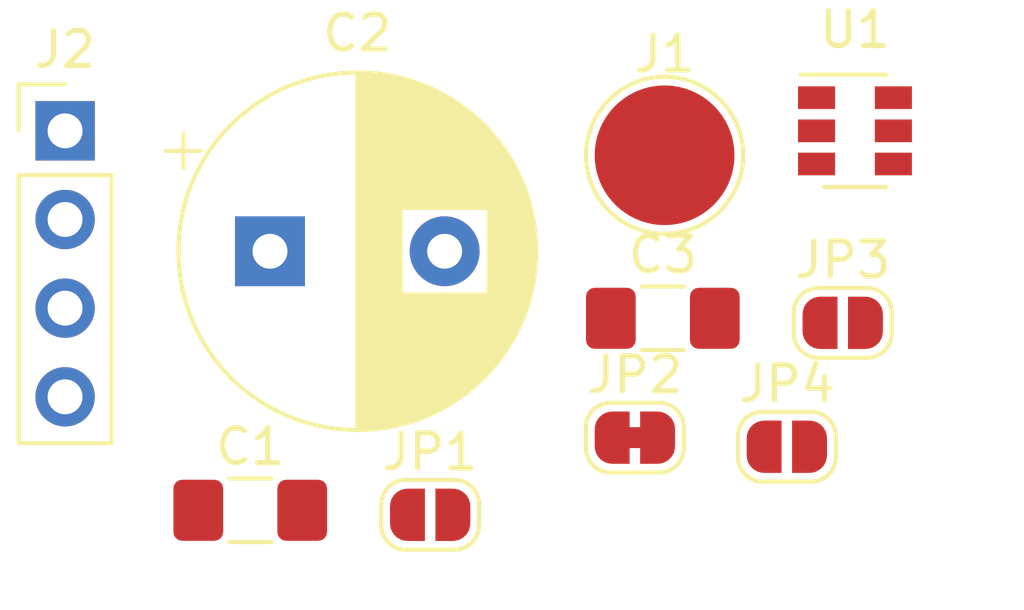
<source format=kicad_pcb>
(kicad_pcb (version 20171130) (host pcbnew 5.1.4-e60b266~84~ubuntu19.04.1)

  (general
    (thickness 1.6)
    (drawings 0)
    (tracks 0)
    (zones 0)
    (modules 10)
    (nets 9)
  )

  (page A4)
  (layers
    (0 F.Cu signal)
    (31 B.Cu signal)
    (32 B.Adhes user)
    (33 F.Adhes user)
    (34 B.Paste user)
    (35 F.Paste user)
    (36 B.SilkS user)
    (37 F.SilkS user)
    (38 B.Mask user)
    (39 F.Mask user)
    (40 Dwgs.User user)
    (41 Cmts.User user)
    (42 Eco1.User user)
    (43 Eco2.User user)
    (44 Edge.Cuts user)
    (45 Margin user)
    (46 B.CrtYd user)
    (47 F.CrtYd user)
    (48 B.Fab user)
    (49 F.Fab user)
  )

  (setup
    (last_trace_width 0.25)
    (trace_clearance 0.2)
    (zone_clearance 0.508)
    (zone_45_only no)
    (trace_min 0.2)
    (via_size 0.8)
    (via_drill 0.4)
    (via_min_size 0.4)
    (via_min_drill 0.3)
    (uvia_size 0.3)
    (uvia_drill 0.1)
    (uvias_allowed no)
    (uvia_min_size 0.2)
    (uvia_min_drill 0.1)
    (edge_width 0.05)
    (segment_width 0.2)
    (pcb_text_width 0.3)
    (pcb_text_size 1.5 1.5)
    (mod_edge_width 0.12)
    (mod_text_size 1 1)
    (mod_text_width 0.15)
    (pad_size 1.524 1.524)
    (pad_drill 0.762)
    (pad_to_mask_clearance 0.051)
    (solder_mask_min_width 0.25)
    (aux_axis_origin 0 0)
    (visible_elements FFFFFF7F)
    (pcbplotparams
      (layerselection 0x010fc_ffffffff)
      (usegerberextensions false)
      (usegerberattributes false)
      (usegerberadvancedattributes false)
      (creategerberjobfile false)
      (excludeedgelayer true)
      (linewidth 0.100000)
      (plotframeref false)
      (viasonmask false)
      (mode 1)
      (useauxorigin false)
      (hpglpennumber 1)
      (hpglpenspeed 20)
      (hpglpendiameter 15.000000)
      (psnegative false)
      (psa4output false)
      (plotreference true)
      (plotvalue true)
      (plotinvisibletext false)
      (padsonsilk false)
      (subtractmaskfromsilk false)
      (outputformat 1)
      (mirror false)
      (drillshape 1)
      (scaleselection 1)
      (outputdirectory ""))
  )

  (net 0 "")
  (net 1 GND)
  (net 2 "Net-(C1-Pad1)")
  (net 3 +5V)
  (net 4 "Net-(J1-Pad1)")
  (net 5 "Net-(J2-Pad3)")
  (net 6 "Net-(J2-Pad2)")
  (net 7 "Net-(JP3-Pad2)")
  (net 8 "Net-(JP4-Pad1)")

  (net_class Default "This is the default net class."
    (clearance 0.2)
    (trace_width 0.25)
    (via_dia 0.8)
    (via_drill 0.4)
    (uvia_dia 0.3)
    (uvia_drill 0.1)
    (add_net +5V)
    (add_net GND)
    (add_net "Net-(C1-Pad1)")
    (add_net "Net-(J1-Pad1)")
    (add_net "Net-(J2-Pad2)")
    (add_net "Net-(J2-Pad3)")
    (add_net "Net-(JP3-Pad2)")
    (add_net "Net-(JP4-Pad1)")
  )

  (module Package_TO_SOT_SMD:SOT-23-6 (layer F.Cu) (tedit 5A02FF57) (tstamp 5D7E5A20)
    (at 55.61 21.23)
    (descr "6-pin SOT-23 package")
    (tags SOT-23-6)
    (path /5D7DF878)
    (attr smd)
    (fp_text reference U1 (at 0 -2.9) (layer F.SilkS)
      (effects (font (size 1 1) (thickness 0.15)))
    )
    (fp_text value TTP223-BA6 (at 0 2.9) (layer F.Fab)
      (effects (font (size 1 1) (thickness 0.15)))
    )
    (fp_line (start 0.9 -1.55) (end 0.9 1.55) (layer F.Fab) (width 0.1))
    (fp_line (start 0.9 1.55) (end -0.9 1.55) (layer F.Fab) (width 0.1))
    (fp_line (start -0.9 -0.9) (end -0.9 1.55) (layer F.Fab) (width 0.1))
    (fp_line (start 0.9 -1.55) (end -0.25 -1.55) (layer F.Fab) (width 0.1))
    (fp_line (start -0.9 -0.9) (end -0.25 -1.55) (layer F.Fab) (width 0.1))
    (fp_line (start -1.9 -1.8) (end -1.9 1.8) (layer F.CrtYd) (width 0.05))
    (fp_line (start -1.9 1.8) (end 1.9 1.8) (layer F.CrtYd) (width 0.05))
    (fp_line (start 1.9 1.8) (end 1.9 -1.8) (layer F.CrtYd) (width 0.05))
    (fp_line (start 1.9 -1.8) (end -1.9 -1.8) (layer F.CrtYd) (width 0.05))
    (fp_line (start 0.9 -1.61) (end -1.55 -1.61) (layer F.SilkS) (width 0.12))
    (fp_line (start -0.9 1.61) (end 0.9 1.61) (layer F.SilkS) (width 0.12))
    (fp_text user %R (at 0 0 90) (layer F.Fab)
      (effects (font (size 0.5 0.5) (thickness 0.075)))
    )
    (pad 5 smd rect (at 1.1 0) (size 1.06 0.65) (layers F.Cu F.Paste F.Mask)
      (net 3 +5V))
    (pad 6 smd rect (at 1.1 -0.95) (size 1.06 0.65) (layers F.Cu F.Paste F.Mask)
      (net 7 "Net-(JP3-Pad2)"))
    (pad 4 smd rect (at 1.1 0.95) (size 1.06 0.65) (layers F.Cu F.Paste F.Mask)
      (net 8 "Net-(JP4-Pad1)"))
    (pad 3 smd rect (at -1.1 0.95) (size 1.06 0.65) (layers F.Cu F.Paste F.Mask)
      (net 2 "Net-(C1-Pad1)"))
    (pad 2 smd rect (at -1.1 0) (size 1.06 0.65) (layers F.Cu F.Paste F.Mask)
      (net 1 GND))
    (pad 1 smd rect (at -1.1 -0.95) (size 1.06 0.65) (layers F.Cu F.Paste F.Mask)
      (net 6 "Net-(J2-Pad2)"))
    (model ${KISYS3DMOD}/Package_TO_SOT_SMD.3dshapes/SOT-23-6.wrl
      (at (xyz 0 0 0))
      (scale (xyz 1 1 1))
      (rotate (xyz 0 0 0))
    )
  )

  (module Jumper:SolderJumper-2_P1.3mm_Open_RoundedPad1.0x1.5mm (layer F.Cu) (tedit 5B391E66) (tstamp 5D7E5A0A)
    (at 53.66 30.28)
    (descr "SMD Solder Jumper, 1x1.5mm, rounded Pads, 0.3mm gap, open")
    (tags "solder jumper open")
    (path /5D7E525E)
    (attr virtual)
    (fp_text reference JP4 (at 0 -1.8) (layer F.SilkS)
      (effects (font (size 1 1) (thickness 0.15)))
    )
    (fp_text value AHLB (at 0 1.9) (layer F.Fab)
      (effects (font (size 1 1) (thickness 0.15)))
    )
    (fp_line (start 1.65 1.25) (end -1.65 1.25) (layer F.CrtYd) (width 0.05))
    (fp_line (start 1.65 1.25) (end 1.65 -1.25) (layer F.CrtYd) (width 0.05))
    (fp_line (start -1.65 -1.25) (end -1.65 1.25) (layer F.CrtYd) (width 0.05))
    (fp_line (start -1.65 -1.25) (end 1.65 -1.25) (layer F.CrtYd) (width 0.05))
    (fp_line (start -0.7 -1) (end 0.7 -1) (layer F.SilkS) (width 0.12))
    (fp_line (start 1.4 -0.3) (end 1.4 0.3) (layer F.SilkS) (width 0.12))
    (fp_line (start 0.7 1) (end -0.7 1) (layer F.SilkS) (width 0.12))
    (fp_line (start -1.4 0.3) (end -1.4 -0.3) (layer F.SilkS) (width 0.12))
    (fp_arc (start -0.7 -0.3) (end -0.7 -1) (angle -90) (layer F.SilkS) (width 0.12))
    (fp_arc (start -0.7 0.3) (end -1.4 0.3) (angle -90) (layer F.SilkS) (width 0.12))
    (fp_arc (start 0.7 0.3) (end 0.7 1) (angle -90) (layer F.SilkS) (width 0.12))
    (fp_arc (start 0.7 -0.3) (end 1.4 -0.3) (angle -90) (layer F.SilkS) (width 0.12))
    (pad 2 smd custom (at 0.65 0) (size 1 0.5) (layers F.Cu F.Mask)
      (net 3 +5V) (zone_connect 2)
      (options (clearance outline) (anchor rect))
      (primitives
        (gr_circle (center 0 0.25) (end 0.5 0.25) (width 0))
        (gr_circle (center 0 -0.25) (end 0.5 -0.25) (width 0))
        (gr_poly (pts
           (xy 0 -0.75) (xy -0.5 -0.75) (xy -0.5 0.75) (xy 0 0.75)) (width 0))
      ))
    (pad 1 smd custom (at -0.65 0) (size 1 0.5) (layers F.Cu F.Mask)
      (net 8 "Net-(JP4-Pad1)") (zone_connect 2)
      (options (clearance outline) (anchor rect))
      (primitives
        (gr_circle (center 0 0.25) (end 0.5 0.25) (width 0))
        (gr_circle (center 0 -0.25) (end 0.5 -0.25) (width 0))
        (gr_poly (pts
           (xy 0 -0.75) (xy 0.5 -0.75) (xy 0.5 0.75) (xy 0 0.75)) (width 0))
      ))
  )

  (module Jumper:SolderJumper-2_P1.3mm_Open_RoundedPad1.0x1.5mm (layer F.Cu) (tedit 5B391E66) (tstamp 5D7E59F8)
    (at 55.26 26.73)
    (descr "SMD Solder Jumper, 1x1.5mm, rounded Pads, 0.3mm gap, open")
    (tags "solder jumper open")
    (path /5D7E5B23)
    (attr virtual)
    (fp_text reference JP3 (at 0 -1.8) (layer F.SilkS)
      (effects (font (size 1 1) (thickness 0.15)))
    )
    (fp_text value TOG (at 0 1.9) (layer F.Fab)
      (effects (font (size 1 1) (thickness 0.15)))
    )
    (fp_line (start 1.65 1.25) (end -1.65 1.25) (layer F.CrtYd) (width 0.05))
    (fp_line (start 1.65 1.25) (end 1.65 -1.25) (layer F.CrtYd) (width 0.05))
    (fp_line (start -1.65 -1.25) (end -1.65 1.25) (layer F.CrtYd) (width 0.05))
    (fp_line (start -1.65 -1.25) (end 1.65 -1.25) (layer F.CrtYd) (width 0.05))
    (fp_line (start -0.7 -1) (end 0.7 -1) (layer F.SilkS) (width 0.12))
    (fp_line (start 1.4 -0.3) (end 1.4 0.3) (layer F.SilkS) (width 0.12))
    (fp_line (start 0.7 1) (end -0.7 1) (layer F.SilkS) (width 0.12))
    (fp_line (start -1.4 0.3) (end -1.4 -0.3) (layer F.SilkS) (width 0.12))
    (fp_arc (start -0.7 -0.3) (end -0.7 -1) (angle -90) (layer F.SilkS) (width 0.12))
    (fp_arc (start -0.7 0.3) (end -1.4 0.3) (angle -90) (layer F.SilkS) (width 0.12))
    (fp_arc (start 0.7 0.3) (end 0.7 1) (angle -90) (layer F.SilkS) (width 0.12))
    (fp_arc (start 0.7 -0.3) (end 1.4 -0.3) (angle -90) (layer F.SilkS) (width 0.12))
    (pad 2 smd custom (at 0.65 0) (size 1 0.5) (layers F.Cu F.Mask)
      (net 7 "Net-(JP3-Pad2)") (zone_connect 2)
      (options (clearance outline) (anchor rect))
      (primitives
        (gr_circle (center 0 0.25) (end 0.5 0.25) (width 0))
        (gr_circle (center 0 -0.25) (end 0.5 -0.25) (width 0))
        (gr_poly (pts
           (xy 0 -0.75) (xy -0.5 -0.75) (xy -0.5 0.75) (xy 0 0.75)) (width 0))
      ))
    (pad 1 smd custom (at -0.65 0) (size 1 0.5) (layers F.Cu F.Mask)
      (net 3 +5V) (zone_connect 2)
      (options (clearance outline) (anchor rect))
      (primitives
        (gr_circle (center 0 0.25) (end 0.5 0.25) (width 0))
        (gr_circle (center 0 -0.25) (end 0.5 -0.25) (width 0))
        (gr_poly (pts
           (xy 0 -0.75) (xy 0.5 -0.75) (xy 0.5 0.75) (xy 0 0.75)) (width 0))
      ))
  )

  (module Jumper:SolderJumper-2_P1.3mm_Bridged_RoundedPad1.0x1.5mm (layer F.Cu) (tedit 5C745284) (tstamp 5D7E59E6)
    (at 49.31 30.02)
    (descr "SMD Solder Jumper, 1x1.5mm, rounded Pads, 0.3mm gap, bridged with 1 copper strip")
    (tags "solder jumper open")
    (path /5D7EA757)
    (attr virtual)
    (fp_text reference JP2 (at 0 -1.8) (layer F.SilkS)
      (effects (font (size 1 1) (thickness 0.15)))
    )
    (fp_text value InternalPad (at 0 1.9) (layer F.Fab)
      (effects (font (size 1 1) (thickness 0.15)))
    )
    (fp_poly (pts (xy 0.25 -0.3) (xy -0.25 -0.3) (xy -0.25 0.3) (xy 0.25 0.3)) (layer F.Cu) (width 0))
    (fp_line (start 1.65 1.25) (end -1.65 1.25) (layer F.CrtYd) (width 0.05))
    (fp_line (start 1.65 1.25) (end 1.65 -1.25) (layer F.CrtYd) (width 0.05))
    (fp_line (start -1.65 -1.25) (end -1.65 1.25) (layer F.CrtYd) (width 0.05))
    (fp_line (start -1.65 -1.25) (end 1.65 -1.25) (layer F.CrtYd) (width 0.05))
    (fp_line (start -0.7 -1) (end 0.7 -1) (layer F.SilkS) (width 0.12))
    (fp_line (start 1.4 -0.3) (end 1.4 0.3) (layer F.SilkS) (width 0.12))
    (fp_line (start 0.7 1) (end -0.7 1) (layer F.SilkS) (width 0.12))
    (fp_line (start -1.4 0.3) (end -1.4 -0.3) (layer F.SilkS) (width 0.12))
    (fp_arc (start -0.7 -0.3) (end -0.7 -1) (angle -90) (layer F.SilkS) (width 0.12))
    (fp_arc (start -0.7 0.3) (end -1.4 0.3) (angle -90) (layer F.SilkS) (width 0.12))
    (fp_arc (start 0.7 0.3) (end 0.7 1) (angle -90) (layer F.SilkS) (width 0.12))
    (fp_arc (start 0.7 -0.3) (end 1.4 -0.3) (angle -90) (layer F.SilkS) (width 0.12))
    (pad 1 smd custom (at -0.65 0) (size 1 0.5) (layers F.Cu F.Mask)
      (net 2 "Net-(C1-Pad1)") (zone_connect 2)
      (options (clearance outline) (anchor rect))
      (primitives
        (gr_circle (center 0 0.25) (end 0.5 0.25) (width 0))
        (gr_circle (center 0 -0.25) (end 0.5 -0.25) (width 0))
        (gr_poly (pts
           (xy 0 -0.75) (xy 0.5 -0.75) (xy 0.5 0.75) (xy 0 0.75)) (width 0))
      ))
    (pad 2 smd custom (at 0.65 0) (size 1 0.5) (layers F.Cu F.Mask)
      (net 4 "Net-(J1-Pad1)") (zone_connect 2)
      (options (clearance outline) (anchor rect))
      (primitives
        (gr_circle (center 0 0.25) (end 0.5 0.25) (width 0))
        (gr_circle (center 0 -0.25) (end 0.5 -0.25) (width 0))
        (gr_poly (pts
           (xy 0 -0.75) (xy -0.5 -0.75) (xy -0.5 0.75) (xy 0 0.75)) (width 0))
      ))
  )

  (module Jumper:SolderJumper-2_P1.3mm_Open_RoundedPad1.0x1.5mm (layer F.Cu) (tedit 5B391E66) (tstamp 5D7E59D3)
    (at 43.45 32.23)
    (descr "SMD Solder Jumper, 1x1.5mm, rounded Pads, 0.3mm gap, open")
    (tags "solder jumper open")
    (path /5D7EF5A7)
    (attr virtual)
    (fp_text reference JP1 (at 0 -1.8) (layer F.SilkS)
      (effects (font (size 1 1) (thickness 0.15)))
    )
    (fp_text value ExternalPad (at 0 1.9) (layer F.Fab)
      (effects (font (size 1 1) (thickness 0.15)))
    )
    (fp_line (start 1.65 1.25) (end -1.65 1.25) (layer F.CrtYd) (width 0.05))
    (fp_line (start 1.65 1.25) (end 1.65 -1.25) (layer F.CrtYd) (width 0.05))
    (fp_line (start -1.65 -1.25) (end -1.65 1.25) (layer F.CrtYd) (width 0.05))
    (fp_line (start -1.65 -1.25) (end 1.65 -1.25) (layer F.CrtYd) (width 0.05))
    (fp_line (start -0.7 -1) (end 0.7 -1) (layer F.SilkS) (width 0.12))
    (fp_line (start 1.4 -0.3) (end 1.4 0.3) (layer F.SilkS) (width 0.12))
    (fp_line (start 0.7 1) (end -0.7 1) (layer F.SilkS) (width 0.12))
    (fp_line (start -1.4 0.3) (end -1.4 -0.3) (layer F.SilkS) (width 0.12))
    (fp_arc (start -0.7 -0.3) (end -0.7 -1) (angle -90) (layer F.SilkS) (width 0.12))
    (fp_arc (start -0.7 0.3) (end -1.4 0.3) (angle -90) (layer F.SilkS) (width 0.12))
    (fp_arc (start 0.7 0.3) (end 0.7 1) (angle -90) (layer F.SilkS) (width 0.12))
    (fp_arc (start 0.7 -0.3) (end 1.4 -0.3) (angle -90) (layer F.SilkS) (width 0.12))
    (pad 2 smd custom (at 0.65 0) (size 1 0.5) (layers F.Cu F.Mask)
      (net 2 "Net-(C1-Pad1)") (zone_connect 2)
      (options (clearance outline) (anchor rect))
      (primitives
        (gr_circle (center 0 0.25) (end 0.5 0.25) (width 0))
        (gr_circle (center 0 -0.25) (end 0.5 -0.25) (width 0))
        (gr_poly (pts
           (xy 0 -0.75) (xy -0.5 -0.75) (xy -0.5 0.75) (xy 0 0.75)) (width 0))
      ))
    (pad 1 smd custom (at -0.65 0) (size 1 0.5) (layers F.Cu F.Mask)
      (net 5 "Net-(J2-Pad3)") (zone_connect 2)
      (options (clearance outline) (anchor rect))
      (primitives
        (gr_circle (center 0 0.25) (end 0.5 0.25) (width 0))
        (gr_circle (center 0 -0.25) (end 0.5 -0.25) (width 0))
        (gr_poly (pts
           (xy 0 -0.75) (xy 0.5 -0.75) (xy 0.5 0.75) (xy 0 0.75)) (width 0))
      ))
  )

  (module Connector_PinHeader_2.54mm:PinHeader_1x04_P2.54mm_Vertical (layer F.Cu) (tedit 59FED5CC) (tstamp 5D7E59C1)
    (at 33 21.23)
    (descr "Through hole straight pin header, 1x04, 2.54mm pitch, single row")
    (tags "Through hole pin header THT 1x04 2.54mm single row")
    (path /5D7ED3A2)
    (fp_text reference J2 (at 0 -2.33) (layer F.SilkS)
      (effects (font (size 1 1) (thickness 0.15)))
    )
    (fp_text value PINS (at 0 9.95) (layer F.Fab)
      (effects (font (size 1 1) (thickness 0.15)))
    )
    (fp_text user %R (at 0 3.81 90) (layer F.Fab)
      (effects (font (size 1 1) (thickness 0.15)))
    )
    (fp_line (start 1.8 -1.8) (end -1.8 -1.8) (layer F.CrtYd) (width 0.05))
    (fp_line (start 1.8 9.4) (end 1.8 -1.8) (layer F.CrtYd) (width 0.05))
    (fp_line (start -1.8 9.4) (end 1.8 9.4) (layer F.CrtYd) (width 0.05))
    (fp_line (start -1.8 -1.8) (end -1.8 9.4) (layer F.CrtYd) (width 0.05))
    (fp_line (start -1.33 -1.33) (end 0 -1.33) (layer F.SilkS) (width 0.12))
    (fp_line (start -1.33 0) (end -1.33 -1.33) (layer F.SilkS) (width 0.12))
    (fp_line (start -1.33 1.27) (end 1.33 1.27) (layer F.SilkS) (width 0.12))
    (fp_line (start 1.33 1.27) (end 1.33 8.95) (layer F.SilkS) (width 0.12))
    (fp_line (start -1.33 1.27) (end -1.33 8.95) (layer F.SilkS) (width 0.12))
    (fp_line (start -1.33 8.95) (end 1.33 8.95) (layer F.SilkS) (width 0.12))
    (fp_line (start -1.27 -0.635) (end -0.635 -1.27) (layer F.Fab) (width 0.1))
    (fp_line (start -1.27 8.89) (end -1.27 -0.635) (layer F.Fab) (width 0.1))
    (fp_line (start 1.27 8.89) (end -1.27 8.89) (layer F.Fab) (width 0.1))
    (fp_line (start 1.27 -1.27) (end 1.27 8.89) (layer F.Fab) (width 0.1))
    (fp_line (start -0.635 -1.27) (end 1.27 -1.27) (layer F.Fab) (width 0.1))
    (pad 4 thru_hole oval (at 0 7.62) (size 1.7 1.7) (drill 1) (layers *.Cu *.Mask)
      (net 1 GND))
    (pad 3 thru_hole oval (at 0 5.08) (size 1.7 1.7) (drill 1) (layers *.Cu *.Mask)
      (net 5 "Net-(J2-Pad3)"))
    (pad 2 thru_hole oval (at 0 2.54) (size 1.7 1.7) (drill 1) (layers *.Cu *.Mask)
      (net 6 "Net-(J2-Pad2)"))
    (pad 1 thru_hole rect (at 0 0) (size 1.7 1.7) (drill 1) (layers *.Cu *.Mask)
      (net 3 +5V))
    (model ${KISYS3DMOD}/Connector_PinHeader_2.54mm.3dshapes/PinHeader_1x04_P2.54mm_Vertical.wrl
      (at (xyz 0 0 0))
      (scale (xyz 1 1 1))
      (rotate (xyz 0 0 0))
    )
  )

  (module TestPoint:TestPoint_Pad_D4.0mm (layer F.Cu) (tedit 5A0F774F) (tstamp 5D7E59A9)
    (at 50.16 21.93)
    (descr "SMD pad as test Point, diameter 4.0mm")
    (tags "test point SMD pad")
    (path /5D7E199F)
    (attr virtual)
    (fp_text reference J1 (at 0 -2.898) (layer F.SilkS)
      (effects (font (size 1 1) (thickness 0.15)))
    )
    (fp_text value Touch (at 0 3.1) (layer F.Fab)
      (effects (font (size 1 1) (thickness 0.15)))
    )
    (fp_circle (center 0 0) (end 0 2.25) (layer F.SilkS) (width 0.12))
    (fp_circle (center 0 0) (end 2.5 0) (layer F.CrtYd) (width 0.05))
    (fp_text user %R (at 0 -2.9) (layer F.Fab)
      (effects (font (size 1 1) (thickness 0.15)))
    )
    (pad 1 smd circle (at 0 0) (size 4 4) (layers F.Cu F.Mask)
      (net 4 "Net-(J1-Pad1)"))
  )

  (module Capacitor_SMD:C_1206_3216Metric_Pad1.42x1.75mm_HandSolder (layer F.Cu) (tedit 5B301BBE) (tstamp 5D7E59A1)
    (at 50.11 26.6)
    (descr "Capacitor SMD 1206 (3216 Metric), square (rectangular) end terminal, IPC_7351 nominal with elongated pad for handsoldering. (Body size source: http://www.tortai-tech.com/upload/download/2011102023233369053.pdf), generated with kicad-footprint-generator")
    (tags "capacitor handsolder")
    (path /5D7E3937)
    (attr smd)
    (fp_text reference C3 (at 0 -1.82) (layer F.SilkS)
      (effects (font (size 1 1) (thickness 0.15)))
    )
    (fp_text value 0.1u (at 0 1.82) (layer F.Fab)
      (effects (font (size 1 1) (thickness 0.15)))
    )
    (fp_text user %R (at 0 0) (layer F.Fab)
      (effects (font (size 0.8 0.8) (thickness 0.12)))
    )
    (fp_line (start 2.45 1.12) (end -2.45 1.12) (layer F.CrtYd) (width 0.05))
    (fp_line (start 2.45 -1.12) (end 2.45 1.12) (layer F.CrtYd) (width 0.05))
    (fp_line (start -2.45 -1.12) (end 2.45 -1.12) (layer F.CrtYd) (width 0.05))
    (fp_line (start -2.45 1.12) (end -2.45 -1.12) (layer F.CrtYd) (width 0.05))
    (fp_line (start -0.602064 0.91) (end 0.602064 0.91) (layer F.SilkS) (width 0.12))
    (fp_line (start -0.602064 -0.91) (end 0.602064 -0.91) (layer F.SilkS) (width 0.12))
    (fp_line (start 1.6 0.8) (end -1.6 0.8) (layer F.Fab) (width 0.1))
    (fp_line (start 1.6 -0.8) (end 1.6 0.8) (layer F.Fab) (width 0.1))
    (fp_line (start -1.6 -0.8) (end 1.6 -0.8) (layer F.Fab) (width 0.1))
    (fp_line (start -1.6 0.8) (end -1.6 -0.8) (layer F.Fab) (width 0.1))
    (pad 2 smd roundrect (at 1.4875 0) (size 1.425 1.75) (layers F.Cu F.Paste F.Mask) (roundrect_rratio 0.175439)
      (net 1 GND))
    (pad 1 smd roundrect (at -1.4875 0) (size 1.425 1.75) (layers F.Cu F.Paste F.Mask) (roundrect_rratio 0.175439)
      (net 3 +5V))
    (model ${KISYS3DMOD}/Capacitor_SMD.3dshapes/C_1206_3216Metric.wrl
      (at (xyz 0 0 0))
      (scale (xyz 1 1 1))
      (rotate (xyz 0 0 0))
    )
  )

  (module Capacitor_THT:CP_Radial_D10.0mm_P5.00mm (layer F.Cu) (tedit 5AE50EF1) (tstamp 5D7E5990)
    (at 38.864646 24.68)
    (descr "CP, Radial series, Radial, pin pitch=5.00mm, , diameter=10mm, Electrolytic Capacitor")
    (tags "CP Radial series Radial pin pitch 5.00mm  diameter 10mm Electrolytic Capacitor")
    (path /5D802032)
    (fp_text reference C2 (at 2.5 -6.25) (layer F.SilkS)
      (effects (font (size 1 1) (thickness 0.15)))
    )
    (fp_text value ADJ (at 2.5 6.25) (layer F.Fab)
      (effects (font (size 1 1) (thickness 0.15)))
    )
    (fp_text user %R (at 2.5 0) (layer F.Fab)
      (effects (font (size 1 1) (thickness 0.15)))
    )
    (fp_line (start -2.479646 -3.375) (end -2.479646 -2.375) (layer F.SilkS) (width 0.12))
    (fp_line (start -2.979646 -2.875) (end -1.979646 -2.875) (layer F.SilkS) (width 0.12))
    (fp_line (start 7.581 -0.599) (end 7.581 0.599) (layer F.SilkS) (width 0.12))
    (fp_line (start 7.541 -0.862) (end 7.541 0.862) (layer F.SilkS) (width 0.12))
    (fp_line (start 7.501 -1.062) (end 7.501 1.062) (layer F.SilkS) (width 0.12))
    (fp_line (start 7.461 -1.23) (end 7.461 1.23) (layer F.SilkS) (width 0.12))
    (fp_line (start 7.421 -1.378) (end 7.421 1.378) (layer F.SilkS) (width 0.12))
    (fp_line (start 7.381 -1.51) (end 7.381 1.51) (layer F.SilkS) (width 0.12))
    (fp_line (start 7.341 -1.63) (end 7.341 1.63) (layer F.SilkS) (width 0.12))
    (fp_line (start 7.301 -1.742) (end 7.301 1.742) (layer F.SilkS) (width 0.12))
    (fp_line (start 7.261 -1.846) (end 7.261 1.846) (layer F.SilkS) (width 0.12))
    (fp_line (start 7.221 -1.944) (end 7.221 1.944) (layer F.SilkS) (width 0.12))
    (fp_line (start 7.181 -2.037) (end 7.181 2.037) (layer F.SilkS) (width 0.12))
    (fp_line (start 7.141 -2.125) (end 7.141 2.125) (layer F.SilkS) (width 0.12))
    (fp_line (start 7.101 -2.209) (end 7.101 2.209) (layer F.SilkS) (width 0.12))
    (fp_line (start 7.061 -2.289) (end 7.061 2.289) (layer F.SilkS) (width 0.12))
    (fp_line (start 7.021 -2.365) (end 7.021 2.365) (layer F.SilkS) (width 0.12))
    (fp_line (start 6.981 -2.439) (end 6.981 2.439) (layer F.SilkS) (width 0.12))
    (fp_line (start 6.941 -2.51) (end 6.941 2.51) (layer F.SilkS) (width 0.12))
    (fp_line (start 6.901 -2.579) (end 6.901 2.579) (layer F.SilkS) (width 0.12))
    (fp_line (start 6.861 -2.645) (end 6.861 2.645) (layer F.SilkS) (width 0.12))
    (fp_line (start 6.821 -2.709) (end 6.821 2.709) (layer F.SilkS) (width 0.12))
    (fp_line (start 6.781 -2.77) (end 6.781 2.77) (layer F.SilkS) (width 0.12))
    (fp_line (start 6.741 -2.83) (end 6.741 2.83) (layer F.SilkS) (width 0.12))
    (fp_line (start 6.701 -2.889) (end 6.701 2.889) (layer F.SilkS) (width 0.12))
    (fp_line (start 6.661 -2.945) (end 6.661 2.945) (layer F.SilkS) (width 0.12))
    (fp_line (start 6.621 -3) (end 6.621 3) (layer F.SilkS) (width 0.12))
    (fp_line (start 6.581 -3.054) (end 6.581 3.054) (layer F.SilkS) (width 0.12))
    (fp_line (start 6.541 -3.106) (end 6.541 3.106) (layer F.SilkS) (width 0.12))
    (fp_line (start 6.501 -3.156) (end 6.501 3.156) (layer F.SilkS) (width 0.12))
    (fp_line (start 6.461 -3.206) (end 6.461 3.206) (layer F.SilkS) (width 0.12))
    (fp_line (start 6.421 -3.254) (end 6.421 3.254) (layer F.SilkS) (width 0.12))
    (fp_line (start 6.381 -3.301) (end 6.381 3.301) (layer F.SilkS) (width 0.12))
    (fp_line (start 6.341 -3.347) (end 6.341 3.347) (layer F.SilkS) (width 0.12))
    (fp_line (start 6.301 -3.392) (end 6.301 3.392) (layer F.SilkS) (width 0.12))
    (fp_line (start 6.261 -3.436) (end 6.261 3.436) (layer F.SilkS) (width 0.12))
    (fp_line (start 6.221 1.241) (end 6.221 3.478) (layer F.SilkS) (width 0.12))
    (fp_line (start 6.221 -3.478) (end 6.221 -1.241) (layer F.SilkS) (width 0.12))
    (fp_line (start 6.181 1.241) (end 6.181 3.52) (layer F.SilkS) (width 0.12))
    (fp_line (start 6.181 -3.52) (end 6.181 -1.241) (layer F.SilkS) (width 0.12))
    (fp_line (start 6.141 1.241) (end 6.141 3.561) (layer F.SilkS) (width 0.12))
    (fp_line (start 6.141 -3.561) (end 6.141 -1.241) (layer F.SilkS) (width 0.12))
    (fp_line (start 6.101 1.241) (end 6.101 3.601) (layer F.SilkS) (width 0.12))
    (fp_line (start 6.101 -3.601) (end 6.101 -1.241) (layer F.SilkS) (width 0.12))
    (fp_line (start 6.061 1.241) (end 6.061 3.64) (layer F.SilkS) (width 0.12))
    (fp_line (start 6.061 -3.64) (end 6.061 -1.241) (layer F.SilkS) (width 0.12))
    (fp_line (start 6.021 1.241) (end 6.021 3.679) (layer F.SilkS) (width 0.12))
    (fp_line (start 6.021 -3.679) (end 6.021 -1.241) (layer F.SilkS) (width 0.12))
    (fp_line (start 5.981 1.241) (end 5.981 3.716) (layer F.SilkS) (width 0.12))
    (fp_line (start 5.981 -3.716) (end 5.981 -1.241) (layer F.SilkS) (width 0.12))
    (fp_line (start 5.941 1.241) (end 5.941 3.753) (layer F.SilkS) (width 0.12))
    (fp_line (start 5.941 -3.753) (end 5.941 -1.241) (layer F.SilkS) (width 0.12))
    (fp_line (start 5.901 1.241) (end 5.901 3.789) (layer F.SilkS) (width 0.12))
    (fp_line (start 5.901 -3.789) (end 5.901 -1.241) (layer F.SilkS) (width 0.12))
    (fp_line (start 5.861 1.241) (end 5.861 3.824) (layer F.SilkS) (width 0.12))
    (fp_line (start 5.861 -3.824) (end 5.861 -1.241) (layer F.SilkS) (width 0.12))
    (fp_line (start 5.821 1.241) (end 5.821 3.858) (layer F.SilkS) (width 0.12))
    (fp_line (start 5.821 -3.858) (end 5.821 -1.241) (layer F.SilkS) (width 0.12))
    (fp_line (start 5.781 1.241) (end 5.781 3.892) (layer F.SilkS) (width 0.12))
    (fp_line (start 5.781 -3.892) (end 5.781 -1.241) (layer F.SilkS) (width 0.12))
    (fp_line (start 5.741 1.241) (end 5.741 3.925) (layer F.SilkS) (width 0.12))
    (fp_line (start 5.741 -3.925) (end 5.741 -1.241) (layer F.SilkS) (width 0.12))
    (fp_line (start 5.701 1.241) (end 5.701 3.957) (layer F.SilkS) (width 0.12))
    (fp_line (start 5.701 -3.957) (end 5.701 -1.241) (layer F.SilkS) (width 0.12))
    (fp_line (start 5.661 1.241) (end 5.661 3.989) (layer F.SilkS) (width 0.12))
    (fp_line (start 5.661 -3.989) (end 5.661 -1.241) (layer F.SilkS) (width 0.12))
    (fp_line (start 5.621 1.241) (end 5.621 4.02) (layer F.SilkS) (width 0.12))
    (fp_line (start 5.621 -4.02) (end 5.621 -1.241) (layer F.SilkS) (width 0.12))
    (fp_line (start 5.581 1.241) (end 5.581 4.05) (layer F.SilkS) (width 0.12))
    (fp_line (start 5.581 -4.05) (end 5.581 -1.241) (layer F.SilkS) (width 0.12))
    (fp_line (start 5.541 1.241) (end 5.541 4.08) (layer F.SilkS) (width 0.12))
    (fp_line (start 5.541 -4.08) (end 5.541 -1.241) (layer F.SilkS) (width 0.12))
    (fp_line (start 5.501 1.241) (end 5.501 4.11) (layer F.SilkS) (width 0.12))
    (fp_line (start 5.501 -4.11) (end 5.501 -1.241) (layer F.SilkS) (width 0.12))
    (fp_line (start 5.461 1.241) (end 5.461 4.138) (layer F.SilkS) (width 0.12))
    (fp_line (start 5.461 -4.138) (end 5.461 -1.241) (layer F.SilkS) (width 0.12))
    (fp_line (start 5.421 1.241) (end 5.421 4.166) (layer F.SilkS) (width 0.12))
    (fp_line (start 5.421 -4.166) (end 5.421 -1.241) (layer F.SilkS) (width 0.12))
    (fp_line (start 5.381 1.241) (end 5.381 4.194) (layer F.SilkS) (width 0.12))
    (fp_line (start 5.381 -4.194) (end 5.381 -1.241) (layer F.SilkS) (width 0.12))
    (fp_line (start 5.341 1.241) (end 5.341 4.221) (layer F.SilkS) (width 0.12))
    (fp_line (start 5.341 -4.221) (end 5.341 -1.241) (layer F.SilkS) (width 0.12))
    (fp_line (start 5.301 1.241) (end 5.301 4.247) (layer F.SilkS) (width 0.12))
    (fp_line (start 5.301 -4.247) (end 5.301 -1.241) (layer F.SilkS) (width 0.12))
    (fp_line (start 5.261 1.241) (end 5.261 4.273) (layer F.SilkS) (width 0.12))
    (fp_line (start 5.261 -4.273) (end 5.261 -1.241) (layer F.SilkS) (width 0.12))
    (fp_line (start 5.221 1.241) (end 5.221 4.298) (layer F.SilkS) (width 0.12))
    (fp_line (start 5.221 -4.298) (end 5.221 -1.241) (layer F.SilkS) (width 0.12))
    (fp_line (start 5.181 1.241) (end 5.181 4.323) (layer F.SilkS) (width 0.12))
    (fp_line (start 5.181 -4.323) (end 5.181 -1.241) (layer F.SilkS) (width 0.12))
    (fp_line (start 5.141 1.241) (end 5.141 4.347) (layer F.SilkS) (width 0.12))
    (fp_line (start 5.141 -4.347) (end 5.141 -1.241) (layer F.SilkS) (width 0.12))
    (fp_line (start 5.101 1.241) (end 5.101 4.371) (layer F.SilkS) (width 0.12))
    (fp_line (start 5.101 -4.371) (end 5.101 -1.241) (layer F.SilkS) (width 0.12))
    (fp_line (start 5.061 1.241) (end 5.061 4.395) (layer F.SilkS) (width 0.12))
    (fp_line (start 5.061 -4.395) (end 5.061 -1.241) (layer F.SilkS) (width 0.12))
    (fp_line (start 5.021 1.241) (end 5.021 4.417) (layer F.SilkS) (width 0.12))
    (fp_line (start 5.021 -4.417) (end 5.021 -1.241) (layer F.SilkS) (width 0.12))
    (fp_line (start 4.981 1.241) (end 4.981 4.44) (layer F.SilkS) (width 0.12))
    (fp_line (start 4.981 -4.44) (end 4.981 -1.241) (layer F.SilkS) (width 0.12))
    (fp_line (start 4.941 1.241) (end 4.941 4.462) (layer F.SilkS) (width 0.12))
    (fp_line (start 4.941 -4.462) (end 4.941 -1.241) (layer F.SilkS) (width 0.12))
    (fp_line (start 4.901 1.241) (end 4.901 4.483) (layer F.SilkS) (width 0.12))
    (fp_line (start 4.901 -4.483) (end 4.901 -1.241) (layer F.SilkS) (width 0.12))
    (fp_line (start 4.861 1.241) (end 4.861 4.504) (layer F.SilkS) (width 0.12))
    (fp_line (start 4.861 -4.504) (end 4.861 -1.241) (layer F.SilkS) (width 0.12))
    (fp_line (start 4.821 1.241) (end 4.821 4.525) (layer F.SilkS) (width 0.12))
    (fp_line (start 4.821 -4.525) (end 4.821 -1.241) (layer F.SilkS) (width 0.12))
    (fp_line (start 4.781 1.241) (end 4.781 4.545) (layer F.SilkS) (width 0.12))
    (fp_line (start 4.781 -4.545) (end 4.781 -1.241) (layer F.SilkS) (width 0.12))
    (fp_line (start 4.741 1.241) (end 4.741 4.564) (layer F.SilkS) (width 0.12))
    (fp_line (start 4.741 -4.564) (end 4.741 -1.241) (layer F.SilkS) (width 0.12))
    (fp_line (start 4.701 1.241) (end 4.701 4.584) (layer F.SilkS) (width 0.12))
    (fp_line (start 4.701 -4.584) (end 4.701 -1.241) (layer F.SilkS) (width 0.12))
    (fp_line (start 4.661 1.241) (end 4.661 4.603) (layer F.SilkS) (width 0.12))
    (fp_line (start 4.661 -4.603) (end 4.661 -1.241) (layer F.SilkS) (width 0.12))
    (fp_line (start 4.621 1.241) (end 4.621 4.621) (layer F.SilkS) (width 0.12))
    (fp_line (start 4.621 -4.621) (end 4.621 -1.241) (layer F.SilkS) (width 0.12))
    (fp_line (start 4.581 1.241) (end 4.581 4.639) (layer F.SilkS) (width 0.12))
    (fp_line (start 4.581 -4.639) (end 4.581 -1.241) (layer F.SilkS) (width 0.12))
    (fp_line (start 4.541 1.241) (end 4.541 4.657) (layer F.SilkS) (width 0.12))
    (fp_line (start 4.541 -4.657) (end 4.541 -1.241) (layer F.SilkS) (width 0.12))
    (fp_line (start 4.501 1.241) (end 4.501 4.674) (layer F.SilkS) (width 0.12))
    (fp_line (start 4.501 -4.674) (end 4.501 -1.241) (layer F.SilkS) (width 0.12))
    (fp_line (start 4.461 1.241) (end 4.461 4.69) (layer F.SilkS) (width 0.12))
    (fp_line (start 4.461 -4.69) (end 4.461 -1.241) (layer F.SilkS) (width 0.12))
    (fp_line (start 4.421 1.241) (end 4.421 4.707) (layer F.SilkS) (width 0.12))
    (fp_line (start 4.421 -4.707) (end 4.421 -1.241) (layer F.SilkS) (width 0.12))
    (fp_line (start 4.381 1.241) (end 4.381 4.723) (layer F.SilkS) (width 0.12))
    (fp_line (start 4.381 -4.723) (end 4.381 -1.241) (layer F.SilkS) (width 0.12))
    (fp_line (start 4.341 1.241) (end 4.341 4.738) (layer F.SilkS) (width 0.12))
    (fp_line (start 4.341 -4.738) (end 4.341 -1.241) (layer F.SilkS) (width 0.12))
    (fp_line (start 4.301 1.241) (end 4.301 4.754) (layer F.SilkS) (width 0.12))
    (fp_line (start 4.301 -4.754) (end 4.301 -1.241) (layer F.SilkS) (width 0.12))
    (fp_line (start 4.261 1.241) (end 4.261 4.768) (layer F.SilkS) (width 0.12))
    (fp_line (start 4.261 -4.768) (end 4.261 -1.241) (layer F.SilkS) (width 0.12))
    (fp_line (start 4.221 1.241) (end 4.221 4.783) (layer F.SilkS) (width 0.12))
    (fp_line (start 4.221 -4.783) (end 4.221 -1.241) (layer F.SilkS) (width 0.12))
    (fp_line (start 4.181 1.241) (end 4.181 4.797) (layer F.SilkS) (width 0.12))
    (fp_line (start 4.181 -4.797) (end 4.181 -1.241) (layer F.SilkS) (width 0.12))
    (fp_line (start 4.141 1.241) (end 4.141 4.811) (layer F.SilkS) (width 0.12))
    (fp_line (start 4.141 -4.811) (end 4.141 -1.241) (layer F.SilkS) (width 0.12))
    (fp_line (start 4.101 1.241) (end 4.101 4.824) (layer F.SilkS) (width 0.12))
    (fp_line (start 4.101 -4.824) (end 4.101 -1.241) (layer F.SilkS) (width 0.12))
    (fp_line (start 4.061 1.241) (end 4.061 4.837) (layer F.SilkS) (width 0.12))
    (fp_line (start 4.061 -4.837) (end 4.061 -1.241) (layer F.SilkS) (width 0.12))
    (fp_line (start 4.021 1.241) (end 4.021 4.85) (layer F.SilkS) (width 0.12))
    (fp_line (start 4.021 -4.85) (end 4.021 -1.241) (layer F.SilkS) (width 0.12))
    (fp_line (start 3.981 1.241) (end 3.981 4.862) (layer F.SilkS) (width 0.12))
    (fp_line (start 3.981 -4.862) (end 3.981 -1.241) (layer F.SilkS) (width 0.12))
    (fp_line (start 3.941 1.241) (end 3.941 4.874) (layer F.SilkS) (width 0.12))
    (fp_line (start 3.941 -4.874) (end 3.941 -1.241) (layer F.SilkS) (width 0.12))
    (fp_line (start 3.901 1.241) (end 3.901 4.885) (layer F.SilkS) (width 0.12))
    (fp_line (start 3.901 -4.885) (end 3.901 -1.241) (layer F.SilkS) (width 0.12))
    (fp_line (start 3.861 1.241) (end 3.861 4.897) (layer F.SilkS) (width 0.12))
    (fp_line (start 3.861 -4.897) (end 3.861 -1.241) (layer F.SilkS) (width 0.12))
    (fp_line (start 3.821 1.241) (end 3.821 4.907) (layer F.SilkS) (width 0.12))
    (fp_line (start 3.821 -4.907) (end 3.821 -1.241) (layer F.SilkS) (width 0.12))
    (fp_line (start 3.781 1.241) (end 3.781 4.918) (layer F.SilkS) (width 0.12))
    (fp_line (start 3.781 -4.918) (end 3.781 -1.241) (layer F.SilkS) (width 0.12))
    (fp_line (start 3.741 -4.928) (end 3.741 4.928) (layer F.SilkS) (width 0.12))
    (fp_line (start 3.701 -4.938) (end 3.701 4.938) (layer F.SilkS) (width 0.12))
    (fp_line (start 3.661 -4.947) (end 3.661 4.947) (layer F.SilkS) (width 0.12))
    (fp_line (start 3.621 -4.956) (end 3.621 4.956) (layer F.SilkS) (width 0.12))
    (fp_line (start 3.581 -4.965) (end 3.581 4.965) (layer F.SilkS) (width 0.12))
    (fp_line (start 3.541 -4.974) (end 3.541 4.974) (layer F.SilkS) (width 0.12))
    (fp_line (start 3.501 -4.982) (end 3.501 4.982) (layer F.SilkS) (width 0.12))
    (fp_line (start 3.461 -4.99) (end 3.461 4.99) (layer F.SilkS) (width 0.12))
    (fp_line (start 3.421 -4.997) (end 3.421 4.997) (layer F.SilkS) (width 0.12))
    (fp_line (start 3.381 -5.004) (end 3.381 5.004) (layer F.SilkS) (width 0.12))
    (fp_line (start 3.341 -5.011) (end 3.341 5.011) (layer F.SilkS) (width 0.12))
    (fp_line (start 3.301 -5.018) (end 3.301 5.018) (layer F.SilkS) (width 0.12))
    (fp_line (start 3.261 -5.024) (end 3.261 5.024) (layer F.SilkS) (width 0.12))
    (fp_line (start 3.221 -5.03) (end 3.221 5.03) (layer F.SilkS) (width 0.12))
    (fp_line (start 3.18 -5.035) (end 3.18 5.035) (layer F.SilkS) (width 0.12))
    (fp_line (start 3.14 -5.04) (end 3.14 5.04) (layer F.SilkS) (width 0.12))
    (fp_line (start 3.1 -5.045) (end 3.1 5.045) (layer F.SilkS) (width 0.12))
    (fp_line (start 3.06 -5.05) (end 3.06 5.05) (layer F.SilkS) (width 0.12))
    (fp_line (start 3.02 -5.054) (end 3.02 5.054) (layer F.SilkS) (width 0.12))
    (fp_line (start 2.98 -5.058) (end 2.98 5.058) (layer F.SilkS) (width 0.12))
    (fp_line (start 2.94 -5.062) (end 2.94 5.062) (layer F.SilkS) (width 0.12))
    (fp_line (start 2.9 -5.065) (end 2.9 5.065) (layer F.SilkS) (width 0.12))
    (fp_line (start 2.86 -5.068) (end 2.86 5.068) (layer F.SilkS) (width 0.12))
    (fp_line (start 2.82 -5.07) (end 2.82 5.07) (layer F.SilkS) (width 0.12))
    (fp_line (start 2.78 -5.073) (end 2.78 5.073) (layer F.SilkS) (width 0.12))
    (fp_line (start 2.74 -5.075) (end 2.74 5.075) (layer F.SilkS) (width 0.12))
    (fp_line (start 2.7 -5.077) (end 2.7 5.077) (layer F.SilkS) (width 0.12))
    (fp_line (start 2.66 -5.078) (end 2.66 5.078) (layer F.SilkS) (width 0.12))
    (fp_line (start 2.62 -5.079) (end 2.62 5.079) (layer F.SilkS) (width 0.12))
    (fp_line (start 2.58 -5.08) (end 2.58 5.08) (layer F.SilkS) (width 0.12))
    (fp_line (start 2.54 -5.08) (end 2.54 5.08) (layer F.SilkS) (width 0.12))
    (fp_line (start 2.5 -5.08) (end 2.5 5.08) (layer F.SilkS) (width 0.12))
    (fp_line (start -1.288861 -2.6875) (end -1.288861 -1.6875) (layer F.Fab) (width 0.1))
    (fp_line (start -1.788861 -2.1875) (end -0.788861 -2.1875) (layer F.Fab) (width 0.1))
    (fp_circle (center 2.5 0) (end 7.75 0) (layer F.CrtYd) (width 0.05))
    (fp_circle (center 2.5 0) (end 7.62 0) (layer F.SilkS) (width 0.12))
    (fp_circle (center 2.5 0) (end 7.5 0) (layer F.Fab) (width 0.1))
    (pad 2 thru_hole circle (at 5 0) (size 2 2) (drill 1) (layers *.Cu *.Mask)
      (net 1 GND))
    (pad 1 thru_hole rect (at 0 0) (size 2 2) (drill 1) (layers *.Cu *.Mask)
      (net 2 "Net-(C1-Pad1)"))
    (model ${KISYS3DMOD}/Capacitor_THT.3dshapes/CP_Radial_D10.0mm_P5.00mm.wrl
      (at (xyz 0 0 0))
      (scale (xyz 1 1 1))
      (rotate (xyz 0 0 0))
    )
  )

  (module Capacitor_SMD:C_1206_3216Metric_Pad1.42x1.75mm_HandSolder (layer F.Cu) (tedit 5B301BBE) (tstamp 5D7E58C4)
    (at 38.3 32.1)
    (descr "Capacitor SMD 1206 (3216 Metric), square (rectangular) end terminal, IPC_7351 nominal with elongated pad for handsoldering. (Body size source: http://www.tortai-tech.com/upload/download/2011102023233369053.pdf), generated with kicad-footprint-generator")
    (tags "capacitor handsolder")
    (path /5D7E2B77)
    (attr smd)
    (fp_text reference C1 (at 0 -1.82) (layer F.SilkS)
      (effects (font (size 1 1) (thickness 0.15)))
    )
    (fp_text value ADJ (at 0 1.82) (layer F.Fab)
      (effects (font (size 1 1) (thickness 0.15)))
    )
    (fp_text user %R (at 0 0) (layer F.Fab)
      (effects (font (size 0.8 0.8) (thickness 0.12)))
    )
    (fp_line (start 2.45 1.12) (end -2.45 1.12) (layer F.CrtYd) (width 0.05))
    (fp_line (start 2.45 -1.12) (end 2.45 1.12) (layer F.CrtYd) (width 0.05))
    (fp_line (start -2.45 -1.12) (end 2.45 -1.12) (layer F.CrtYd) (width 0.05))
    (fp_line (start -2.45 1.12) (end -2.45 -1.12) (layer F.CrtYd) (width 0.05))
    (fp_line (start -0.602064 0.91) (end 0.602064 0.91) (layer F.SilkS) (width 0.12))
    (fp_line (start -0.602064 -0.91) (end 0.602064 -0.91) (layer F.SilkS) (width 0.12))
    (fp_line (start 1.6 0.8) (end -1.6 0.8) (layer F.Fab) (width 0.1))
    (fp_line (start 1.6 -0.8) (end 1.6 0.8) (layer F.Fab) (width 0.1))
    (fp_line (start -1.6 -0.8) (end 1.6 -0.8) (layer F.Fab) (width 0.1))
    (fp_line (start -1.6 0.8) (end -1.6 -0.8) (layer F.Fab) (width 0.1))
    (pad 2 smd roundrect (at 1.4875 0) (size 1.425 1.75) (layers F.Cu F.Paste F.Mask) (roundrect_rratio 0.175439)
      (net 1 GND))
    (pad 1 smd roundrect (at -1.4875 0) (size 1.425 1.75) (layers F.Cu F.Paste F.Mask) (roundrect_rratio 0.175439)
      (net 2 "Net-(C1-Pad1)"))
    (model ${KISYS3DMOD}/Capacitor_SMD.3dshapes/C_1206_3216Metric.wrl
      (at (xyz 0 0 0))
      (scale (xyz 1 1 1))
      (rotate (xyz 0 0 0))
    )
  )

)

</source>
